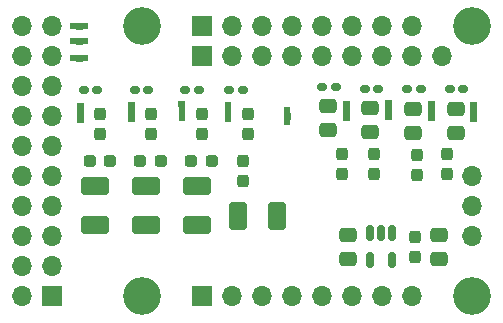
<source format=gbr>
%TF.GenerationSoftware,KiCad,Pcbnew,8.0.1*%
%TF.CreationDate,2024-04-07T09:18:40-04:00*%
%TF.ProjectId,tac5212_audio_board_single_ended,74616335-3231-4325-9f61-7564696f5f62,rev?*%
%TF.SameCoordinates,Original*%
%TF.FileFunction,Soldermask,Bot*%
%TF.FilePolarity,Negative*%
%FSLAX46Y46*%
G04 Gerber Fmt 4.6, Leading zero omitted, Abs format (unit mm)*
G04 Created by KiCad (PCBNEW 8.0.1) date 2024-04-07 09:18:40*
%MOMM*%
%LPD*%
G01*
G04 APERTURE LIST*
G04 Aperture macros list*
%AMRoundRect*
0 Rectangle with rounded corners*
0 $1 Rounding radius*
0 $2 $3 $4 $5 $6 $7 $8 $9 X,Y pos of 4 corners*
0 Add a 4 corners polygon primitive as box body*
4,1,4,$2,$3,$4,$5,$6,$7,$8,$9,$2,$3,0*
0 Add four circle primitives for the rounded corners*
1,1,$1+$1,$2,$3*
1,1,$1+$1,$4,$5*
1,1,$1+$1,$6,$7*
1,1,$1+$1,$8,$9*
0 Add four rect primitives between the rounded corners*
20,1,$1+$1,$2,$3,$4,$5,0*
20,1,$1+$1,$4,$5,$6,$7,0*
20,1,$1+$1,$6,$7,$8,$9,0*
20,1,$1+$1,$8,$9,$2,$3,0*%
G04 Aperture macros list end*
%ADD10C,0.010000*%
%ADD11RoundRect,0.237500X0.237500X-0.300000X0.237500X0.300000X-0.237500X0.300000X-0.237500X-0.300000X0*%
%ADD12RoundRect,0.237500X-0.237500X0.287500X-0.237500X-0.287500X0.237500X-0.287500X0.237500X0.287500X0*%
%ADD13RoundRect,0.237500X-0.287500X-0.237500X0.287500X-0.237500X0.287500X0.237500X-0.287500X0.237500X0*%
%ADD14RoundRect,0.237500X0.287500X0.237500X-0.287500X0.237500X-0.287500X-0.237500X0.287500X-0.237500X0*%
%ADD15R,1.700000X1.700000*%
%ADD16O,1.700000X1.700000*%
%ADD17C,3.200000*%
%ADD18RoundRect,0.250000X0.475000X-0.337500X0.475000X0.337500X-0.475000X0.337500X-0.475000X-0.337500X0*%
%ADD19RoundRect,0.237500X-0.237500X0.300000X-0.237500X-0.300000X0.237500X-0.300000X0.237500X0.300000X0*%
%ADD20R,0.500000X0.500000*%
%ADD21RoundRect,0.160000X0.222500X0.160000X-0.222500X0.160000X-0.222500X-0.160000X0.222500X-0.160000X0*%
%ADD22R,0.508000X0.500000*%
%ADD23R,0.508000X0.508000*%
%ADD24RoundRect,0.250001X0.924999X-0.499999X0.924999X0.499999X-0.924999X0.499999X-0.924999X-0.499999X0*%
%ADD25R,0.500000X0.508000*%
%ADD26RoundRect,0.250001X-0.499999X-0.924999X0.499999X-0.924999X0.499999X0.924999X-0.499999X0.924999X0*%
%ADD27RoundRect,0.160000X-0.222500X-0.160000X0.222500X-0.160000X0.222500X0.160000X-0.222500X0.160000X0*%
%ADD28RoundRect,0.250000X-0.475000X0.337500X-0.475000X-0.337500X0.475000X-0.337500X0.475000X0.337500X0*%
%ADD29RoundRect,0.150000X-0.150000X0.512500X-0.150000X-0.512500X0.150000X-0.512500X0.150000X0.512500X0*%
G04 APERTURE END LIST*
D10*
%TO.C,OP2*%
X100544000Y-107669000D02*
X100056000Y-107669000D01*
X100056000Y-106081000D01*
X100544000Y-106081000D01*
X100544000Y-107669000D01*
G36*
X100544000Y-107669000D02*
G01*
X100056000Y-107669000D01*
X100056000Y-106081000D01*
X100544000Y-106081000D01*
X100544000Y-107669000D01*
G37*
%TO.C,INP2*%
X121644000Y-107679000D02*
X121156000Y-107679000D01*
X121156000Y-106091000D01*
X121644000Y-106091000D01*
X121644000Y-107679000D01*
G36*
X121644000Y-107679000D02*
G01*
X121156000Y-107679000D01*
X121156000Y-106091000D01*
X121644000Y-106091000D01*
X121644000Y-107679000D01*
G37*
%TO.C,GND1*%
X109454000Y-107554000D02*
X108946000Y-107554000D01*
X108946000Y-107046000D01*
X109454000Y-107046000D01*
X109454000Y-107554000D01*
G36*
X109454000Y-107554000D02*
G01*
X108946000Y-107554000D01*
X108946000Y-107046000D01*
X109454000Y-107046000D01*
X109454000Y-107554000D01*
G37*
%TO.C,INM2*%
X125244000Y-107726500D02*
X124756000Y-107726500D01*
X124756000Y-106138500D01*
X125244000Y-106138500D01*
X125244000Y-107726500D01*
G36*
X125244000Y-107726500D02*
G01*
X124756000Y-107726500D01*
X124756000Y-106138500D01*
X125244000Y-106138500D01*
X125244000Y-107726500D01*
G37*
%TO.C,OM2*%
X104444000Y-107744000D02*
X103956000Y-107744000D01*
X103956000Y-106156000D01*
X104444000Y-106156000D01*
X104444000Y-107744000D01*
G36*
X104444000Y-107744000D02*
G01*
X103956000Y-107744000D01*
X103956000Y-106156000D01*
X104444000Y-106156000D01*
X104444000Y-107744000D01*
G37*
%TO.C,SDA1001*%
X91854000Y-102654000D02*
X91346000Y-102654000D01*
X91346000Y-102146000D01*
X91854000Y-102146000D01*
X91854000Y-102654000D01*
G36*
X91854000Y-102654000D02*
G01*
X91346000Y-102654000D01*
X91346000Y-102146000D01*
X91854000Y-102146000D01*
X91854000Y-102654000D01*
G37*
%TO.C,MCLK1*%
X91854000Y-99954000D02*
X91346000Y-99954000D01*
X91346000Y-99446000D01*
X91854000Y-99446000D01*
X91854000Y-99954000D01*
G36*
X91854000Y-99954000D02*
G01*
X91346000Y-99954000D01*
X91346000Y-99446000D01*
X91854000Y-99446000D01*
X91854000Y-99954000D01*
G37*
%TO.C,SCL1001*%
X91854000Y-101254000D02*
X91346000Y-101254000D01*
X91346000Y-100746000D01*
X91854000Y-100746000D01*
X91854000Y-101254000D01*
G36*
X91854000Y-101254000D02*
G01*
X91346000Y-101254000D01*
X91346000Y-100746000D01*
X91854000Y-100746000D01*
X91854000Y-101254000D01*
G37*
%TO.C,OP1*%
X96244000Y-107744000D02*
X95756000Y-107744000D01*
X95756000Y-106156000D01*
X96244000Y-106156000D01*
X96244000Y-107744000D01*
G36*
X96244000Y-107744000D02*
G01*
X95756000Y-107744000D01*
X95756000Y-106156000D01*
X96244000Y-106156000D01*
X96244000Y-107744000D01*
G37*
%TO.C,INM1*%
X118044000Y-107606500D02*
X117556000Y-107606500D01*
X117556000Y-106018500D01*
X118044000Y-106018500D01*
X118044000Y-107606500D01*
G36*
X118044000Y-107606500D02*
G01*
X117556000Y-107606500D01*
X117556000Y-106018500D01*
X118044000Y-106018500D01*
X118044000Y-107606500D01*
G37*
%TO.C,OM1*%
X91944000Y-107844000D02*
X91456000Y-107844000D01*
X91456000Y-106256000D01*
X91944000Y-106256000D01*
X91944000Y-107844000D01*
G36*
X91944000Y-107844000D02*
G01*
X91456000Y-107844000D01*
X91456000Y-106256000D01*
X91944000Y-106256000D01*
X91944000Y-107844000D01*
G37*
%TO.C,INP1*%
X114444000Y-107669000D02*
X113956000Y-107669000D01*
X113956000Y-106081000D01*
X114444000Y-106081000D01*
X114444000Y-107669000D01*
G36*
X114444000Y-107669000D02*
G01*
X113956000Y-107669000D01*
X113956000Y-106081000D01*
X114444000Y-106081000D01*
X114444000Y-107669000D01*
G37*
%TD*%
D11*
%TO.C,T\u002AC2*%
X120034314Y-119300000D03*
X120034314Y-117575000D03*
%TD*%
D12*
%TO.C,R20*%
X105500000Y-111125000D03*
X105500000Y-112875000D03*
%TD*%
D13*
%TO.C,R19*%
X101125000Y-111100000D03*
X102875000Y-111100000D03*
%TD*%
D14*
%TO.C,R18*%
X94275000Y-111100000D03*
X92525000Y-111100000D03*
%TD*%
D13*
%TO.C,R17*%
X96825000Y-111100000D03*
X98575000Y-111100000D03*
%TD*%
D11*
%TO.C,C25*%
X105900000Y-108862500D03*
X105900000Y-107137500D03*
%TD*%
%TO.C,C24*%
X102000000Y-108862500D03*
X102000000Y-107137500D03*
%TD*%
%TO.C,C23*%
X93400000Y-108862500D03*
X93400000Y-107137500D03*
%TD*%
%TO.C,C22*%
X97700000Y-108862500D03*
X97700000Y-107137500D03*
%TD*%
D15*
%TO.C,board_outline1*%
X89337500Y-122600000D03*
D16*
X86797500Y-122600000D03*
X89337500Y-120060000D03*
X86797500Y-120060000D03*
X89337500Y-117520000D03*
X86797500Y-117520000D03*
X89337500Y-114980000D03*
X86797500Y-114980000D03*
X89337500Y-112440000D03*
X86797500Y-112440000D03*
X89337500Y-109900000D03*
X86797500Y-109900000D03*
X89337500Y-107360000D03*
X86797500Y-107360000D03*
X89337500Y-104820000D03*
X86797500Y-104820000D03*
X89337500Y-102280000D03*
X86797500Y-102280000D03*
X89337500Y-99740000D03*
X86797500Y-99740000D03*
D15*
X102047500Y-102285000D03*
X102047500Y-99745000D03*
D16*
X104587500Y-102285000D03*
X104587500Y-99745000D03*
X107127500Y-102285000D03*
X107127500Y-99745000D03*
X109667500Y-102285000D03*
X109667500Y-99745000D03*
X112207500Y-102285000D03*
X112207500Y-99745000D03*
X114747500Y-102285000D03*
X114747500Y-99745000D03*
X117287500Y-102285000D03*
X117287500Y-99745000D03*
X119827500Y-102285000D03*
X119827500Y-99745000D03*
D15*
X102047500Y-122605000D03*
D16*
X104587500Y-122605000D03*
X107127500Y-122605000D03*
X109667500Y-122605000D03*
X112207500Y-122605000D03*
X114747500Y-122605000D03*
X117287500Y-122605000D03*
X119827500Y-122605000D03*
X124892500Y-117525000D03*
X124892500Y-114985000D03*
X124892500Y-112445000D03*
X122352500Y-102285000D03*
D17*
X96952500Y-99745000D03*
X124892500Y-99745000D03*
X96952500Y-122605000D03*
X124892500Y-122605000D03*
%TD*%
D18*
%TO.C,T\u002AC1*%
X122134314Y-119475000D03*
X122134314Y-117400000D03*
%TD*%
D19*
%TO.C,C1011*%
X113900000Y-110537500D03*
X113900000Y-112262500D03*
%TD*%
D20*
%TO.C,OP2*%
X100300000Y-106325000D03*
%TD*%
D21*
%TO.C,D20*%
X104327500Y-105100000D03*
X105472500Y-105100000D03*
%TD*%
D20*
%TO.C,INP2*%
X121400000Y-106335000D03*
%TD*%
D19*
%TO.C,C1012*%
X122800000Y-110537500D03*
X122800000Y-112262500D03*
%TD*%
D22*
%TO.C,GND1*%
X109200000Y-107804000D03*
D23*
X109200000Y-106800000D03*
%TD*%
D19*
%TO.C,C1009*%
X120200000Y-110637500D03*
X120200000Y-112362500D03*
%TD*%
D20*
%TO.C,INM2*%
X125000000Y-106382500D03*
%TD*%
D24*
%TO.C,C19*%
X93000000Y-116525000D03*
X93000000Y-113275000D03*
%TD*%
D18*
%TO.C,T\u002AC3*%
X114434314Y-119475000D03*
X114434314Y-117400000D03*
%TD*%
D20*
%TO.C,OM2*%
X104200000Y-106400000D03*
%TD*%
D25*
%TO.C,SDA1001*%
X91096000Y-102400000D03*
D23*
X92100000Y-102400000D03*
%TD*%
%TO.C,MCLK1*%
X91100000Y-99700000D03*
X92100000Y-99700000D03*
%TD*%
D26*
%TO.C,C21*%
X105100001Y-115800000D03*
X108350001Y-115800000D03*
%TD*%
D25*
%TO.C,SCL1001*%
X91096000Y-101000000D03*
D23*
X92100000Y-101000000D03*
%TD*%
D27*
%TO.C,D1002*%
X120572500Y-105035000D03*
X119427500Y-105035000D03*
%TD*%
D28*
%TO.C,FB1003*%
X116300000Y-106625000D03*
X116300000Y-108700000D03*
%TD*%
%TO.C,FB1004*%
X112700000Y-106462500D03*
X112700000Y-108537500D03*
%TD*%
D27*
%TO.C,D1005*%
X124172500Y-105082500D03*
X123027500Y-105082500D03*
%TD*%
D29*
%TO.C,U2*%
X116261814Y-117277500D03*
X117211814Y-117277500D03*
X118161814Y-117277500D03*
X118161814Y-119552500D03*
X116261814Y-119552500D03*
%TD*%
D21*
%TO.C,D17*%
X96327500Y-105100000D03*
X97472500Y-105100000D03*
%TD*%
D19*
%TO.C,C1010*%
X116600000Y-110537500D03*
X116600000Y-112262500D03*
%TD*%
D21*
%TO.C,D19*%
X100627500Y-105100000D03*
X101772500Y-105100000D03*
%TD*%
D24*
%TO.C,C18*%
X97300000Y-116525000D03*
X97300000Y-113275000D03*
%TD*%
D21*
%TO.C,D18*%
X92027500Y-105100000D03*
X93172500Y-105100000D03*
%TD*%
D24*
%TO.C,C20*%
X101600000Y-116525000D03*
X101600000Y-113275000D03*
%TD*%
D27*
%TO.C,D1003*%
X116972500Y-105035000D03*
X115827500Y-105035000D03*
%TD*%
D20*
%TO.C,OP1*%
X96000000Y-106400000D03*
%TD*%
%TO.C,INM1*%
X117800000Y-106262500D03*
%TD*%
D28*
%TO.C,FB1002*%
X119900000Y-106697500D03*
X119900000Y-108772500D03*
%TD*%
%TO.C,FB1001*%
X123500000Y-106735000D03*
X123500000Y-108810000D03*
%TD*%
D27*
%TO.C,D1004*%
X113372500Y-104900000D03*
X112227500Y-104900000D03*
%TD*%
D20*
%TO.C,OM1*%
X91700000Y-107600000D03*
%TD*%
%TO.C,INP1*%
X114200000Y-106325000D03*
%TD*%
M02*

</source>
